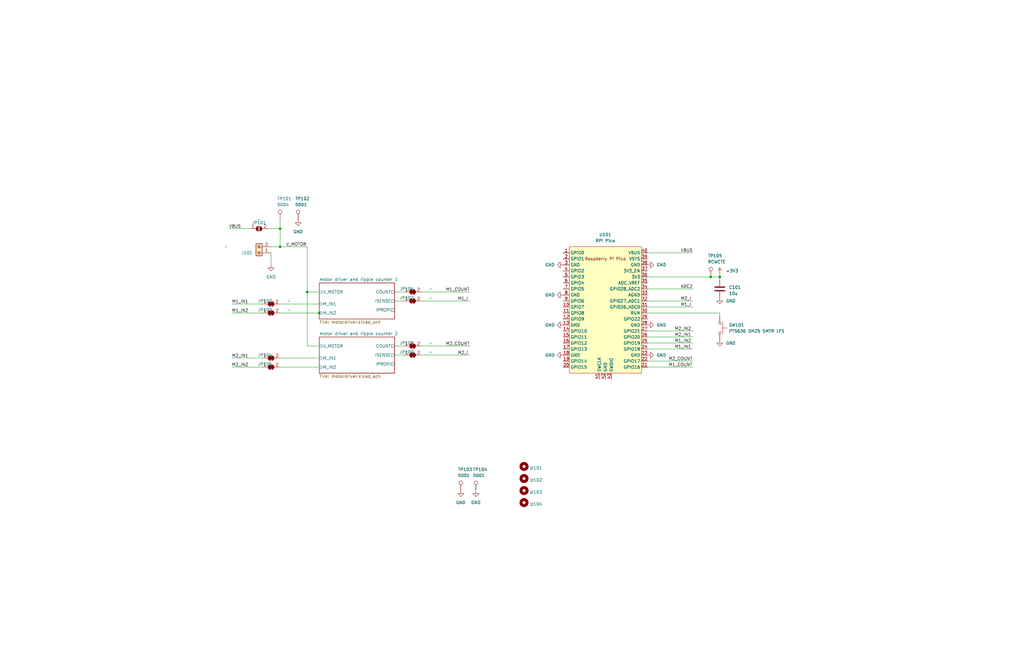
<source format=kicad_sch>
(kicad_sch (version 20230121) (generator eeschema)

  (uuid 14a8df28-bfab-45b1-bcef-ea7f5e22395f)

  (paper "B")

  (lib_symbols
    (symbol "Connector:Screw_Terminal_01x02" (pin_names (offset 1.016) hide) (in_bom yes) (on_board yes)
      (property "Reference" "J" (at 0 2.54 0)
        (effects (font (size 1.27 1.27)))
      )
      (property "Value" "Screw_Terminal_01x02" (at 0 -5.08 0)
        (effects (font (size 1.27 1.27)))
      )
      (property "Footprint" "" (at 0 0 0)
        (effects (font (size 1.27 1.27)) hide)
      )
      (property "Datasheet" "~" (at 0 0 0)
        (effects (font (size 1.27 1.27)) hide)
      )
      (property "ki_keywords" "screw terminal" (at 0 0 0)
        (effects (font (size 1.27 1.27)) hide)
      )
      (property "ki_description" "Generic screw terminal, single row, 01x02, script generated (kicad-library-utils/schlib/autogen/connector/)" (at 0 0 0)
        (effects (font (size 1.27 1.27)) hide)
      )
      (property "ki_fp_filters" "TerminalBlock*:*" (at 0 0 0)
        (effects (font (size 1.27 1.27)) hide)
      )
      (symbol "Screw_Terminal_01x02_1_1"
        (rectangle (start -1.27 1.27) (end 1.27 -3.81)
          (stroke (width 0.254) (type default))
          (fill (type background))
        )
        (circle (center 0 -2.54) (radius 0.635)
          (stroke (width 0.1524) (type default))
          (fill (type none))
        )
        (polyline
          (pts
            (xy -0.5334 -2.2098)
            (xy 0.3302 -3.048)
          )
          (stroke (width 0.1524) (type default))
          (fill (type none))
        )
        (polyline
          (pts
            (xy -0.5334 0.3302)
            (xy 0.3302 -0.508)
          )
          (stroke (width 0.1524) (type default))
          (fill (type none))
        )
        (polyline
          (pts
            (xy -0.3556 -2.032)
            (xy 0.508 -2.8702)
          )
          (stroke (width 0.1524) (type default))
          (fill (type none))
        )
        (polyline
          (pts
            (xy -0.3556 0.508)
            (xy 0.508 -0.3302)
          )
          (stroke (width 0.1524) (type default))
          (fill (type none))
        )
        (circle (center 0 0) (radius 0.635)
          (stroke (width 0.1524) (type default))
          (fill (type none))
        )
        (pin passive line (at -5.08 0 0) (length 3.81)
          (name "Pin_1" (effects (font (size 1.27 1.27))))
          (number "1" (effects (font (size 1.27 1.27))))
        )
        (pin passive line (at -5.08 -2.54 0) (length 3.81)
          (name "Pin_2" (effects (font (size 1.27 1.27))))
          (number "2" (effects (font (size 1.27 1.27))))
        )
      )
    )
    (symbol "Connector:TestPoint" (pin_numbers hide) (pin_names (offset 0.762) hide) (in_bom yes) (on_board yes)
      (property "Reference" "TP" (at 0 6.858 0)
        (effects (font (size 1.27 1.27)))
      )
      (property "Value" "TestPoint" (at 0 5.08 0)
        (effects (font (size 1.27 1.27)))
      )
      (property "Footprint" "" (at 5.08 0 0)
        (effects (font (size 1.27 1.27)) hide)
      )
      (property "Datasheet" "~" (at 5.08 0 0)
        (effects (font (size 1.27 1.27)) hide)
      )
      (property "ki_keywords" "test point tp" (at 0 0 0)
        (effects (font (size 1.27 1.27)) hide)
      )
      (property "ki_description" "test point" (at 0 0 0)
        (effects (font (size 1.27 1.27)) hide)
      )
      (property "ki_fp_filters" "Pin* Test*" (at 0 0 0)
        (effects (font (size 1.27 1.27)) hide)
      )
      (symbol "TestPoint_0_1"
        (circle (center 0 3.302) (radius 0.762)
          (stroke (width 0) (type default))
          (fill (type none))
        )
      )
      (symbol "TestPoint_1_1"
        (pin passive line (at 0 0 90) (length 2.54)
          (name "1" (effects (font (size 1.27 1.27))))
          (number "1" (effects (font (size 1.27 1.27))))
        )
      )
    )
    (symbol "Device:C" (pin_numbers hide) (pin_names (offset 0.254)) (in_bom yes) (on_board yes)
      (property "Reference" "C" (at 0.635 2.54 0)
        (effects (font (size 1.27 1.27)) (justify left))
      )
      (property "Value" "C" (at 0.635 -2.54 0)
        (effects (font (size 1.27 1.27)) (justify left))
      )
      (property "Footprint" "" (at 0.9652 -3.81 0)
        (effects (font (size 1.27 1.27)) hide)
      )
      (property "Datasheet" "~" (at 0 0 0)
        (effects (font (size 1.27 1.27)) hide)
      )
      (property "ki_keywords" "cap capacitor" (at 0 0 0)
        (effects (font (size 1.27 1.27)) hide)
      )
      (property "ki_description" "Unpolarized capacitor" (at 0 0 0)
        (effects (font (size 1.27 1.27)) hide)
      )
      (property "ki_fp_filters" "C_*" (at 0 0 0)
        (effects (font (size 1.27 1.27)) hide)
      )
      (symbol "C_0_1"
        (polyline
          (pts
            (xy -2.032 -0.762)
            (xy 2.032 -0.762)
          )
          (stroke (width 0.508) (type default))
          (fill (type none))
        )
        (polyline
          (pts
            (xy -2.032 0.762)
            (xy 2.032 0.762)
          )
          (stroke (width 0.508) (type default))
          (fill (type none))
        )
      )
      (symbol "C_1_1"
        (pin passive line (at 0 3.81 270) (length 2.794)
          (name "~" (effects (font (size 1.27 1.27))))
          (number "1" (effects (font (size 1.27 1.27))))
        )
        (pin passive line (at 0 -3.81 90) (length 2.794)
          (name "~" (effects (font (size 1.27 1.27))))
          (number "2" (effects (font (size 1.27 1.27))))
        )
      )
    )
    (symbol "Jumper:SolderJumper_2_Bridged" (pin_names (offset 0) hide) (in_bom yes) (on_board yes)
      (property "Reference" "JP" (at 0 2.032 0)
        (effects (font (size 1.27 1.27)))
      )
      (property "Value" "SolderJumper_2_Bridged" (at 0 -2.54 0)
        (effects (font (size 1.27 1.27)))
      )
      (property "Footprint" "" (at 0 0 0)
        (effects (font (size 1.27 1.27)) hide)
      )
      (property "Datasheet" "~" (at 0 0 0)
        (effects (font (size 1.27 1.27)) hide)
      )
      (property "ki_keywords" "solder jumper SPST" (at 0 0 0)
        (effects (font (size 1.27 1.27)) hide)
      )
      (property "ki_description" "Solder Jumper, 2-pole, closed/bridged" (at 0 0 0)
        (effects (font (size 1.27 1.27)) hide)
      )
      (property "ki_fp_filters" "SolderJumper*Bridged*" (at 0 0 0)
        (effects (font (size 1.27 1.27)) hide)
      )
      (symbol "SolderJumper_2_Bridged_0_1"
        (rectangle (start -0.508 0.508) (end 0.508 -0.508)
          (stroke (width 0) (type default))
          (fill (type outline))
        )
        (arc (start -0.254 1.016) (mid -1.2656 0) (end -0.254 -1.016)
          (stroke (width 0) (type default))
          (fill (type none))
        )
        (arc (start -0.254 1.016) (mid -1.2656 0) (end -0.254 -1.016)
          (stroke (width 0) (type default))
          (fill (type outline))
        )
        (polyline
          (pts
            (xy -0.254 1.016)
            (xy -0.254 -1.016)
          )
          (stroke (width 0) (type default))
          (fill (type none))
        )
        (polyline
          (pts
            (xy 0.254 1.016)
            (xy 0.254 -1.016)
          )
          (stroke (width 0) (type default))
          (fill (type none))
        )
        (arc (start 0.254 -1.016) (mid 1.2656 0) (end 0.254 1.016)
          (stroke (width 0) (type default))
          (fill (type none))
        )
        (arc (start 0.254 -1.016) (mid 1.2656 0) (end 0.254 1.016)
          (stroke (width 0) (type default))
          (fill (type outline))
        )
      )
      (symbol "SolderJumper_2_Bridged_1_1"
        (pin passive line (at -3.81 0 0) (length 2.54)
          (name "A" (effects (font (size 1.27 1.27))))
          (number "1" (effects (font (size 1.27 1.27))))
        )
        (pin passive line (at 3.81 0 180) (length 2.54)
          (name "B" (effects (font (size 1.27 1.27))))
          (number "2" (effects (font (size 1.27 1.27))))
        )
      )
    )
    (symbol "Jumper:SolderJumper_2_Open" (pin_names (offset 0) hide) (in_bom yes) (on_board yes)
      (property "Reference" "JP" (at 0 2.032 0)
        (effects (font (size 1.27 1.27)))
      )
      (property "Value" "SolderJumper_2_Open" (at 0 -2.54 0)
        (effects (font (size 1.27 1.27)))
      )
      (property "Footprint" "" (at 0 0 0)
        (effects (font (size 1.27 1.27)) hide)
      )
      (property "Datasheet" "~" (at 0 0 0)
        (effects (font (size 1.27 1.27)) hide)
      )
      (property "ki_keywords" "solder jumper SPST" (at 0 0 0)
        (effects (font (size 1.27 1.27)) hide)
      )
      (property "ki_description" "Solder Jumper, 2-pole, open" (at 0 0 0)
        (effects (font (size 1.27 1.27)) hide)
      )
      (property "ki_fp_filters" "SolderJumper*Open*" (at 0 0 0)
        (effects (font (size 1.27 1.27)) hide)
      )
      (symbol "SolderJumper_2_Open_0_1"
        (arc (start -0.254 1.016) (mid -1.2656 0) (end -0.254 -1.016)
          (stroke (width 0) (type default))
          (fill (type none))
        )
        (arc (start -0.254 1.016) (mid -1.2656 0) (end -0.254 -1.016)
          (stroke (width 0) (type default))
          (fill (type outline))
        )
        (polyline
          (pts
            (xy -0.254 1.016)
            (xy -0.254 -1.016)
          )
          (stroke (width 0) (type default))
          (fill (type none))
        )
        (polyline
          (pts
            (xy 0.254 1.016)
            (xy 0.254 -1.016)
          )
          (stroke (width 0) (type default))
          (fill (type none))
        )
        (arc (start 0.254 -1.016) (mid 1.2656 0) (end 0.254 1.016)
          (stroke (width 0) (type default))
          (fill (type none))
        )
        (arc (start 0.254 -1.016) (mid 1.2656 0) (end 0.254 1.016)
          (stroke (width 0) (type default))
          (fill (type outline))
        )
      )
      (symbol "SolderJumper_2_Open_1_1"
        (pin passive line (at -3.81 0 0) (length 2.54)
          (name "A" (effects (font (size 1.27 1.27))))
          (number "1" (effects (font (size 1.27 1.27))))
        )
        (pin passive line (at 3.81 0 180) (length 2.54)
          (name "B" (effects (font (size 1.27 1.27))))
          (number "2" (effects (font (size 1.27 1.27))))
        )
      )
    )
    (symbol "Mechanical:MountingHole" (pin_names (offset 1.016)) (in_bom yes) (on_board yes)
      (property "Reference" "H" (at 0 5.08 0)
        (effects (font (size 1.27 1.27)))
      )
      (property "Value" "MountingHole" (at 0 3.175 0)
        (effects (font (size 1.27 1.27)))
      )
      (property "Footprint" "" (at 0 0 0)
        (effects (font (size 1.27 1.27)) hide)
      )
      (property "Datasheet" "~" (at 0 0 0)
        (effects (font (size 1.27 1.27)) hide)
      )
      (property "ki_keywords" "mounting hole" (at 0 0 0)
        (effects (font (size 1.27 1.27)) hide)
      )
      (property "ki_description" "Mounting Hole without connection" (at 0 0 0)
        (effects (font (size 1.27 1.27)) hide)
      )
      (property "ki_fp_filters" "MountingHole*" (at 0 0 0)
        (effects (font (size 1.27 1.27)) hide)
      )
      (symbol "MountingHole_0_1"
        (circle (center 0 0) (radius 1.27)
          (stroke (width 1.27) (type default))
          (fill (type none))
        )
      )
    )
    (symbol "Switch:SW_Push" (pin_numbers hide) (pin_names (offset 1.016) hide) (in_bom yes) (on_board yes)
      (property "Reference" "SW" (at 1.27 2.54 0)
        (effects (font (size 1.27 1.27)) (justify left))
      )
      (property "Value" "SW_Push" (at 0 -1.524 0)
        (effects (font (size 1.27 1.27)))
      )
      (property "Footprint" "" (at 0 5.08 0)
        (effects (font (size 1.27 1.27)) hide)
      )
      (property "Datasheet" "~" (at 0 5.08 0)
        (effects (font (size 1.27 1.27)) hide)
      )
      (property "ki_keywords" "switch normally-open pushbutton push-button" (at 0 0 0)
        (effects (font (size 1.27 1.27)) hide)
      )
      (property "ki_description" "Push button switch, generic, two pins" (at 0 0 0)
        (effects (font (size 1.27 1.27)) hide)
      )
      (symbol "SW_Push_0_1"
        (circle (center -2.032 0) (radius 0.508)
          (stroke (width 0) (type default))
          (fill (type none))
        )
        (polyline
          (pts
            (xy 0 1.27)
            (xy 0 3.048)
          )
          (stroke (width 0) (type default))
          (fill (type none))
        )
        (polyline
          (pts
            (xy 2.54 1.27)
            (xy -2.54 1.27)
          )
          (stroke (width 0) (type default))
          (fill (type none))
        )
        (circle (center 2.032 0) (radius 0.508)
          (stroke (width 0) (type default))
          (fill (type none))
        )
        (pin passive line (at -5.08 0 0) (length 2.54)
          (name "1" (effects (font (size 1.27 1.27))))
          (number "1" (effects (font (size 1.27 1.27))))
        )
        (pin passive line (at 5.08 0 180) (length 2.54)
          (name "2" (effects (font (size 1.27 1.27))))
          (number "2" (effects (font (size 1.27 1.27))))
        )
      )
    )
    (symbol "pipico:Pico" (in_bom yes) (on_board yes)
      (property "Reference" "U" (at -13.97 27.94 0)
        (effects (font (size 1.27 1.27)))
      )
      (property "Value" "Pico" (at 0 19.05 0)
        (effects (font (size 1.27 1.27)))
      )
      (property "Footprint" "RPi_Pico:RPi_Pico_SMD_TH" (at 0 0 90)
        (effects (font (size 1.27 1.27)) hide)
      )
      (property "Datasheet" "" (at 0 0 0)
        (effects (font (size 1.27 1.27)) hide)
      )
      (symbol "Pico_0_0"
        (text "Raspberry Pi Pico" (at 0 21.59 0)
          (effects (font (size 1.27 1.27)))
        )
      )
      (symbol "Pico_0_1"
        (rectangle (start -15.24 26.67) (end 15.24 -26.67)
          (stroke (width 0) (type default))
          (fill (type background))
        )
      )
      (symbol "Pico_1_1"
        (pin bidirectional line (at -17.78 24.13 0) (length 2.54)
          (name "GPIO0" (effects (font (size 1.27 1.27))))
          (number "1" (effects (font (size 1.27 1.27))))
        )
        (pin bidirectional line (at -17.78 1.27 0) (length 2.54)
          (name "GPIO7" (effects (font (size 1.27 1.27))))
          (number "10" (effects (font (size 1.27 1.27))))
        )
        (pin bidirectional line (at -17.78 -1.27 0) (length 2.54)
          (name "GPIO8" (effects (font (size 1.27 1.27))))
          (number "11" (effects (font (size 1.27 1.27))))
        )
        (pin bidirectional line (at -17.78 -3.81 0) (length 2.54)
          (name "GPIO9" (effects (font (size 1.27 1.27))))
          (number "12" (effects (font (size 1.27 1.27))))
        )
        (pin power_in line (at -17.78 -6.35 0) (length 2.54)
          (name "GND" (effects (font (size 1.27 1.27))))
          (number "13" (effects (font (size 1.27 1.27))))
        )
        (pin bidirectional line (at -17.78 -8.89 0) (length 2.54)
          (name "GPIO10" (effects (font (size 1.27 1.27))))
          (number "14" (effects (font (size 1.27 1.27))))
        )
        (pin bidirectional line (at -17.78 -11.43 0) (length 2.54)
          (name "GPIO11" (effects (font (size 1.27 1.27))))
          (number "15" (effects (font (size 1.27 1.27))))
        )
        (pin bidirectional line (at -17.78 -13.97 0) (length 2.54)
          (name "GPIO12" (effects (font (size 1.27 1.27))))
          (number "16" (effects (font (size 1.27 1.27))))
        )
        (pin bidirectional line (at -17.78 -16.51 0) (length 2.54)
          (name "GPIO13" (effects (font (size 1.27 1.27))))
          (number "17" (effects (font (size 1.27 1.27))))
        )
        (pin power_in line (at -17.78 -19.05 0) (length 2.54)
          (name "GND" (effects (font (size 1.27 1.27))))
          (number "18" (effects (font (size 1.27 1.27))))
        )
        (pin bidirectional line (at -17.78 -21.59 0) (length 2.54)
          (name "GPIO14" (effects (font (size 1.27 1.27))))
          (number "19" (effects (font (size 1.27 1.27))))
        )
        (pin bidirectional line (at -17.78 21.59 0) (length 2.54)
          (name "GPIO1" (effects (font (size 1.27 1.27))))
          (number "2" (effects (font (size 1.27 1.27))))
        )
        (pin bidirectional line (at -17.78 -24.13 0) (length 2.54)
          (name "GPIO15" (effects (font (size 1.27 1.27))))
          (number "20" (effects (font (size 1.27 1.27))))
        )
        (pin bidirectional line (at 17.78 -24.13 180) (length 2.54)
          (name "GPIO16" (effects (font (size 1.27 1.27))))
          (number "21" (effects (font (size 1.27 1.27))))
        )
        (pin bidirectional line (at 17.78 -21.59 180) (length 2.54)
          (name "GPIO17" (effects (font (size 1.27 1.27))))
          (number "22" (effects (font (size 1.27 1.27))))
        )
        (pin power_in line (at 17.78 -19.05 180) (length 2.54)
          (name "GND" (effects (font (size 1.27 1.27))))
          (number "23" (effects (font (size 1.27 1.27))))
        )
        (pin bidirectional line (at 17.78 -16.51 180) (length 2.54)
          (name "GPIO18" (effects (font (size 1.27 1.27))))
          (number "24" (effects (font (size 1.27 1.27))))
        )
        (pin bidirectional line (at 17.78 -13.97 180) (length 2.54)
          (name "GPIO19" (effects (font (size 1.27 1.27))))
          (number "25" (effects (font (size 1.27 1.27))))
        )
        (pin bidirectional line (at 17.78 -11.43 180) (length 2.54)
          (name "GPIO20" (effects (font (size 1.27 1.27))))
          (number "26" (effects (font (size 1.27 1.27))))
        )
        (pin bidirectional line (at 17.78 -8.89 180) (length 2.54)
          (name "GPIO21" (effects (font (size 1.27 1.27))))
          (number "27" (effects (font (size 1.27 1.27))))
        )
        (pin power_in line (at 17.78 -6.35 180) (length 2.54)
          (name "GND" (effects (font (size 1.27 1.27))))
          (number "28" (effects (font (size 1.27 1.27))))
        )
        (pin bidirectional line (at 17.78 -3.81 180) (length 2.54)
          (name "GPIO22" (effects (font (size 1.27 1.27))))
          (number "29" (effects (font (size 1.27 1.27))))
        )
        (pin power_in line (at -17.78 19.05 0) (length 2.54)
          (name "GND" (effects (font (size 1.27 1.27))))
          (number "3" (effects (font (size 1.27 1.27))))
        )
        (pin input line (at 17.78 -1.27 180) (length 2.54)
          (name "RUN" (effects (font (size 1.27 1.27))))
          (number "30" (effects (font (size 1.27 1.27))))
        )
        (pin bidirectional line (at 17.78 1.27 180) (length 2.54)
          (name "GPIO26_ADC0" (effects (font (size 1.27 1.27))))
          (number "31" (effects (font (size 1.27 1.27))))
        )
        (pin bidirectional line (at 17.78 3.81 180) (length 2.54)
          (name "GPIO27_ADC1" (effects (font (size 1.27 1.27))))
          (number "32" (effects (font (size 1.27 1.27))))
        )
        (pin power_in line (at 17.78 6.35 180) (length 2.54)
          (name "AGND" (effects (font (size 1.27 1.27))))
          (number "33" (effects (font (size 1.27 1.27))))
        )
        (pin bidirectional line (at 17.78 8.89 180) (length 2.54)
          (name "GPIO28_ADC2" (effects (font (size 1.27 1.27))))
          (number "34" (effects (font (size 1.27 1.27))))
        )
        (pin power_in line (at 17.78 11.43 180) (length 2.54)
          (name "ADC_VREF" (effects (font (size 1.27 1.27))))
          (number "35" (effects (font (size 1.27 1.27))))
        )
        (pin power_in line (at 17.78 13.97 180) (length 2.54)
          (name "3V3" (effects (font (size 1.27 1.27))))
          (number "36" (effects (font (size 1.27 1.27))))
        )
        (pin input line (at 17.78 16.51 180) (length 2.54)
          (name "3V3_EN" (effects (font (size 1.27 1.27))))
          (number "37" (effects (font (size 1.27 1.27))))
        )
        (pin bidirectional line (at 17.78 19.05 180) (length 2.54)
          (name "GND" (effects (font (size 1.27 1.27))))
          (number "38" (effects (font (size 1.27 1.27))))
        )
        (pin power_in line (at 17.78 21.59 180) (length 2.54)
          (name "VSYS" (effects (font (size 1.27 1.27))))
          (number "39" (effects (font (size 1.27 1.27))))
        )
        (pin bidirectional line (at -17.78 16.51 0) (length 2.54)
          (name "GPIO2" (effects (font (size 1.27 1.27))))
          (number "4" (effects (font (size 1.27 1.27))))
        )
        (pin power_in line (at 17.78 24.13 180) (length 2.54)
          (name "VBUS" (effects (font (size 1.27 1.27))))
          (number "40" (effects (font (size 1.27 1.27))))
        )
        (pin input line (at -2.54 -29.21 90) (length 2.54)
          (name "SWCLK" (effects (font (size 1.27 1.27))))
          (number "41" (effects (font (size 1.27 1.27))))
        )
        (pin power_in line (at 0 -29.21 90) (length 2.54)
          (name "GND" (effects (font (size 1.27 1.27))))
          (number "42" (effects (font (size 1.27 1.27))))
        )
        (pin bidirectional line (at 2.54 -29.21 90) (length 2.54)
          (name "SWDIO" (effects (font (size 1.27 1.27))))
          (number "43" (effects (font (size 1.27 1.27))))
        )
        (pin bidirectional line (at -17.78 13.97 0) (length 2.54)
          (name "GPIO3" (effects (font (size 1.27 1.27))))
          (number "5" (effects (font (size 1.27 1.27))))
        )
        (pin bidirectional line (at -17.78 11.43 0) (length 2.54)
          (name "GPIO4" (effects (font (size 1.27 1.27))))
          (number "6" (effects (font (size 1.27 1.27))))
        )
        (pin bidirectional line (at -17.78 8.89 0) (length 2.54)
          (name "GPIO5" (effects (font (size 1.27 1.27))))
          (number "7" (effects (font (size 1.27 1.27))))
        )
        (pin power_in line (at -17.78 6.35 0) (length 2.54)
          (name "GND" (effects (font (size 1.27 1.27))))
          (number "8" (effects (font (size 1.27 1.27))))
        )
        (pin bidirectional line (at -17.78 3.81 0) (length 2.54)
          (name "GPIO6" (effects (font (size 1.27 1.27))))
          (number "9" (effects (font (size 1.27 1.27))))
        )
      )
    )
    (symbol "power:+3V3" (power) (pin_names (offset 0)) (in_bom yes) (on_board yes)
      (property "Reference" "#PWR" (at 0 -3.81 0)
        (effects (font (size 1.27 1.27)) hide)
      )
      (property "Value" "+3V3" (at 0 3.556 0)
        (effects (font (size 1.27 1.27)))
      )
      (property "Footprint" "" (at 0 0 0)
        (effects (font (size 1.27 1.27)) hide)
      )
      (property "Datasheet" "" (at 0 0 0)
        (effects (font (size 1.27 1.27)) hide)
      )
      (property "ki_keywords" "power-flag" (at 0 0 0)
        (effects (font (size 1.27 1.27)) hide)
      )
      (property "ki_description" "Power symbol creates a global label with name \"+3V3\"" (at 0 0 0)
        (effects (font (size 1.27 1.27)) hide)
      )
      (symbol "+3V3_0_1"
        (polyline
          (pts
            (xy -0.762 1.27)
            (xy 0 2.54)
          )
          (stroke (width 0) (type default))
          (fill (type none))
        )
        (polyline
          (pts
            (xy 0 0)
            (xy 0 2.54)
          )
          (stroke (width 0) (type default))
          (fill (type none))
        )
        (polyline
          (pts
            (xy 0 2.54)
            (xy 0.762 1.27)
          )
          (stroke (width 0) (type default))
          (fill (type none))
        )
      )
      (symbol "+3V3_1_1"
        (pin power_in line (at 0 0 90) (length 0) hide
          (name "+3V3" (effects (font (size 1.27 1.27))))
          (number "1" (effects (font (size 1.27 1.27))))
        )
      )
    )
    (symbol "power:GND" (power) (pin_names (offset 0)) (in_bom yes) (on_board yes)
      (property "Reference" "#PWR" (at 0 -6.35 0)
        (effects (font (size 1.27 1.27)) hide)
      )
      (property "Value" "GND" (at 0 -3.81 0)
        (effects (font (size 1.27 1.27)))
      )
      (property "Footprint" "" (at 0 0 0)
        (effects (font (size 1.27 1.27)) hide)
      )
      (property "Datasheet" "" (at 0 0 0)
        (effects (font (size 1.27 1.27)) hide)
      )
      (property "ki_keywords" "power-flag" (at 0 0 0)
        (effects (font (size 1.27 1.27)) hide)
      )
      (property "ki_description" "Power symbol creates a global label with name \"GND\" , ground" (at 0 0 0)
        (effects (font (size 1.27 1.27)) hide)
      )
      (symbol "GND_0_1"
        (polyline
          (pts
            (xy 0 0)
            (xy 0 -1.27)
            (xy 1.27 -1.27)
            (xy 0 -2.54)
            (xy -1.27 -1.27)
            (xy 0 -1.27)
          )
          (stroke (width 0) (type default))
          (fill (type none))
        )
      )
      (symbol "GND_1_1"
        (pin power_in line (at 0 0 270) (length 0) hide
          (name "GND" (effects (font (size 1.27 1.27))))
          (number "1" (effects (font (size 1.27 1.27))))
        )
      )
    )
  )

  (junction (at 118.11 104.14) (diameter 0) (color 0 0 0 0)
    (uuid 4d83a695-9a2d-4162-a6c3-770e36ab8334)
  )
  (junction (at 303.53 116.84) (diameter 0) (color 0 0 0 0)
    (uuid 6bfa2fa7-b3fa-4985-a4cd-d28b8be96951)
  )
  (junction (at 134.62 132.08) (diameter 0) (color 0 0 0 0)
    (uuid 73f2fd4c-f2ca-495b-a8f7-cfcea1592b6d)
  )
  (junction (at 118.11 96.52) (diameter 0) (color 0 0 0 0)
    (uuid aba6774b-6398-4189-9467-aaae52a3ee6b)
  )
  (junction (at 299.72 116.84) (diameter 0) (color 0 0 0 0)
    (uuid d5244291-df06-4aa2-88fa-84fcd50002a5)
  )
  (junction (at 129.54 123.19) (diameter 0) (color 0 0 0 0)
    (uuid fb86ee81-7b22-46f4-9c63-e242e58b913f)
  )

  (wire (pts (xy 303.53 133.35) (xy 303.53 132.08))
    (stroke (width 0) (type default))
    (uuid 032cffd4-0704-4e82-b346-f2cc3ae1615d)
  )
  (wire (pts (xy 273.05 147.32) (xy 292.1 147.32))
    (stroke (width 0) (type default))
    (uuid 0a86b141-c03a-470b-9692-6e6504cf8cb1)
  )
  (wire (pts (xy 97.79 132.08) (xy 110.49 132.08))
    (stroke (width 0) (type default))
    (uuid 12d30687-1516-4c4d-8a43-791f8d6c6c93)
  )
  (wire (pts (xy 303.53 116.84) (xy 299.72 116.84))
    (stroke (width 0) (type default))
    (uuid 141e0733-e210-4f4c-bb35-d803aa40218a)
  )
  (wire (pts (xy 273.05 142.24) (xy 292.1 142.24))
    (stroke (width 0) (type default))
    (uuid 170be7ac-fd8a-48d2-9e87-6f419a073d6d)
  )
  (wire (pts (xy 273.05 152.4) (xy 292.1 152.4))
    (stroke (width 0) (type default))
    (uuid 177cbd82-27e5-498e-a570-ae865ce2c4fa)
  )
  (wire (pts (xy 118.11 96.52) (xy 113.03 96.52))
    (stroke (width 0) (type default))
    (uuid 194f0886-c287-422a-a23c-c16ca310ce7a)
  )
  (wire (pts (xy 303.53 116.84) (xy 303.53 115.57))
    (stroke (width 0) (type default))
    (uuid 38614e67-37cb-46a8-ba53-40834a5ba347)
  )
  (wire (pts (xy 134.62 133.35) (xy 134.62 132.08))
    (stroke (width 0) (type default))
    (uuid 3d3443d9-33b3-4c1d-b0a2-ffaab97fdde6)
  )
  (wire (pts (xy 166.37 127) (xy 170.18 127))
    (stroke (width 0) (type default))
    (uuid 4e6014f3-0e4a-4998-85dc-d1d746c99485)
  )
  (wire (pts (xy 177.8 127) (xy 198.12 127))
    (stroke (width 0) (type default))
    (uuid 563d5655-a12d-4768-8c96-a1b8af3eced0)
  )
  (wire (pts (xy 177.8 149.86) (xy 198.12 149.86))
    (stroke (width 0) (type default))
    (uuid 58214701-5c1e-44b6-939d-d17f20ca5200)
  )
  (wire (pts (xy 129.54 146.05) (xy 134.62 146.05))
    (stroke (width 0) (type default))
    (uuid 5dcc388d-b2ea-4575-bbfe-f06181ea3099)
  )
  (wire (pts (xy 114.3 104.14) (xy 118.11 104.14))
    (stroke (width 0) (type default))
    (uuid 60c1d62a-1a57-4572-9c04-4029d0a25f70)
  )
  (wire (pts (xy 177.8 123.19) (xy 198.12 123.19))
    (stroke (width 0) (type default))
    (uuid 65f9404c-deff-4bfc-9caf-499af0c781e9)
  )
  (wire (pts (xy 273.05 144.78) (xy 292.1 144.78))
    (stroke (width 0) (type default))
    (uuid 682efbe3-7b02-469c-b4b6-94c671834d06)
  )
  (wire (pts (xy 129.54 123.19) (xy 129.54 104.14))
    (stroke (width 0) (type default))
    (uuid 6e4c7471-ece4-489c-9cd3-21d1c162ecb8)
  )
  (wire (pts (xy 118.11 128.27) (xy 134.62 128.27))
    (stroke (width 0) (type default))
    (uuid 760e63d2-23bb-422b-b4c9-6827948667e5)
  )
  (wire (pts (xy 118.11 92.71) (xy 118.11 96.52))
    (stroke (width 0) (type default))
    (uuid 787412ae-cdc7-4176-b95b-a581a70112c8)
  )
  (wire (pts (xy 273.05 139.7) (xy 292.1 139.7))
    (stroke (width 0) (type default))
    (uuid 7db12e59-3274-4241-a46c-d28404c0b5fc)
  )
  (wire (pts (xy 273.05 154.94) (xy 292.1 154.94))
    (stroke (width 0) (type default))
    (uuid 7ebd3c15-8ce2-4ce6-868a-dbab0bdd669b)
  )
  (wire (pts (xy 129.54 123.19) (xy 134.62 123.19))
    (stroke (width 0) (type default))
    (uuid 8599d6c7-0540-4556-91e1-31f69a516ebb)
  )
  (wire (pts (xy 97.79 154.94) (xy 110.49 154.94))
    (stroke (width 0) (type default))
    (uuid 87a86649-9a1e-4ac6-be68-6fac4b598608)
  )
  (wire (pts (xy 118.11 104.14) (xy 129.54 104.14))
    (stroke (width 0) (type default))
    (uuid 89d44ffe-2c33-4e82-b1fe-19a3cc9a89e4)
  )
  (wire (pts (xy 118.11 96.52) (xy 118.11 104.14))
    (stroke (width 0) (type default))
    (uuid 9130c4fc-d243-4004-b106-e2f674f97002)
  )
  (wire (pts (xy 273.05 116.84) (xy 299.72 116.84))
    (stroke (width 0) (type default))
    (uuid 94236704-364e-4655-b97d-aa2e72e6d04a)
  )
  (wire (pts (xy 118.11 154.94) (xy 134.62 154.94))
    (stroke (width 0) (type default))
    (uuid a63866d5-9879-4697-8420-e31f41357172)
  )
  (wire (pts (xy 114.3 106.68) (xy 114.3 111.76))
    (stroke (width 0) (type default))
    (uuid ad7f8077-a4d6-438f-aed8-3f2b3a180016)
  )
  (wire (pts (xy 273.05 129.54) (xy 292.1 129.54))
    (stroke (width 0) (type default))
    (uuid b3833fe5-2d28-447f-a46b-e9e6fdfd5486)
  )
  (wire (pts (xy 97.79 151.13) (xy 110.49 151.13))
    (stroke (width 0) (type default))
    (uuid b844256e-9a3e-4409-bece-0977636a5b3b)
  )
  (wire (pts (xy 166.37 123.19) (xy 170.18 123.19))
    (stroke (width 0) (type default))
    (uuid bf0ae6da-6d75-4ae4-8c8e-cb7e7e311d6b)
  )
  (wire (pts (xy 273.05 121.92) (xy 292.1 121.92))
    (stroke (width 0) (type default))
    (uuid c1aabd7d-b223-4ea7-84f5-7cb4ccc630f8)
  )
  (wire (pts (xy 118.11 151.13) (xy 134.62 151.13))
    (stroke (width 0) (type default))
    (uuid c4648731-7e5b-4fb7-84a1-891107901f21)
  )
  (wire (pts (xy 273.05 127) (xy 292.1 127))
    (stroke (width 0) (type default))
    (uuid cd8c12c4-7df6-42e5-8906-8ad2076a2f1a)
  )
  (wire (pts (xy 97.79 128.27) (xy 110.49 128.27))
    (stroke (width 0) (type default))
    (uuid d0faf37d-17f1-408d-a6c5-45b63dcb5957)
  )
  (wire (pts (xy 177.8 146.05) (xy 198.12 146.05))
    (stroke (width 0) (type default))
    (uuid dbdc64f0-a24c-41a9-bf4f-3695fb7c6ce1)
  )
  (wire (pts (xy 96.52 96.52) (xy 105.41 96.52))
    (stroke (width 0) (type default))
    (uuid e1fd26ac-3f4a-4c4a-8079-c946f9f92a74)
  )
  (wire (pts (xy 303.53 116.84) (xy 303.53 118.11))
    (stroke (width 0) (type default))
    (uuid e22b7d11-d41e-4eaa-b0e3-55396f8bd5c1)
  )
  (wire (pts (xy 166.37 146.05) (xy 170.18 146.05))
    (stroke (width 0) (type default))
    (uuid e69be96a-7858-47e6-884c-98a5bfcf5c55)
  )
  (wire (pts (xy 273.05 132.08) (xy 303.53 132.08))
    (stroke (width 0) (type default))
    (uuid e734ab30-6d35-4267-9342-5e52e3ac8d3f)
  )
  (wire (pts (xy 166.37 149.86) (xy 170.18 149.86))
    (stroke (width 0) (type default))
    (uuid e7db3646-392d-458b-add1-bf24aa7074ba)
  )
  (wire (pts (xy 129.54 123.19) (xy 129.54 146.05))
    (stroke (width 0) (type default))
    (uuid f0cfe88e-d77a-4e6a-b377-f56484812357)
  )
  (wire (pts (xy 118.11 132.08) (xy 134.62 132.08))
    (stroke (width 0) (type default))
    (uuid f9c51edb-4a1b-4811-a83b-9291aac9157d)
  )
  (wire (pts (xy 273.05 106.68) (xy 292.1 106.68))
    (stroke (width 0) (type default))
    (uuid fd1d5279-0268-4be4-83cb-d0aaf136c135)
  )

  (label "M2_COUNT" (at 281.94 152.4 0) (fields_autoplaced)
    (effects (font (size 1.27 1.27)) (justify left bottom))
    (uuid 0954f198-b28b-45d2-81c3-4cd51346454c)
  )
  (label "M2_IN2" (at 284.48 139.7 0) (fields_autoplaced)
    (effects (font (size 1.27 1.27)) (justify left bottom))
    (uuid 10447d46-78bb-44d8-ad19-2325f954d19d)
  )
  (label "M1_I" (at 287.02 129.54 0) (fields_autoplaced)
    (effects (font (size 1.27 1.27)) (justify left bottom))
    (uuid 1453e1d4-6b4b-4858-9191-2e7d54c349fc)
  )
  (label "M2_COUNT" (at 187.96 146.05 0) (fields_autoplaced)
    (effects (font (size 1.27 1.27)) (justify left bottom))
    (uuid 1f25180e-8dbe-4898-b248-a03602c4d0df)
  )
  (label "M1_COUNT" (at 187.96 123.19 0) (fields_autoplaced)
    (effects (font (size 1.27 1.27)) (justify left bottom))
    (uuid 24aca088-3c97-4f0a-b97b-8a2b03e3bbc1)
  )
  (label "M1_IN2" (at 97.79 132.08 0) (fields_autoplaced)
    (effects (font (size 1.27 1.27)) (justify left bottom))
    (uuid 28da3272-a1d6-4864-9565-cccd4448670d)
  )
  (label "VBUS" (at 287.02 106.68 0) (fields_autoplaced)
    (effects (font (size 1.27 1.27)) (justify left bottom))
    (uuid 2b017de1-53dd-4cd1-9d79-9b1b50ec2a7f)
  )
  (label "M1_IN1" (at 284.48 147.32 0) (fields_autoplaced)
    (effects (font (size 1.27 1.27)) (justify left bottom))
    (uuid 3ab5625a-11f0-4bc5-a82b-21dc082e383f)
  )
  (label "M1_IN2" (at 284.48 144.78 0) (fields_autoplaced)
    (effects (font (size 1.27 1.27)) (justify left bottom))
    (uuid 4a8a4f12-b6c4-46fa-a2ee-45775cd933bd)
  )
  (label "M2_I" (at 287.02 127 0) (fields_autoplaced)
    (effects (font (size 1.27 1.27)) (justify left bottom))
    (uuid 695a2cac-46d1-42e2-af05-a6ad84621983)
  )
  (label "M2_IN1" (at 97.79 151.13 0) (fields_autoplaced)
    (effects (font (size 1.27 1.27)) (justify left bottom))
    (uuid 7a837ade-7152-401e-a6fc-21acabd790f5)
  )
  (label "M1_I" (at 193.04 127 0) (fields_autoplaced)
    (effects (font (size 1.27 1.27)) (justify left bottom))
    (uuid a3a90d52-557a-4006-9ebb-0dec081bcf40)
  )
  (label "M2_I" (at 193.04 149.86 0) (fields_autoplaced)
    (effects (font (size 1.27 1.27)) (justify left bottom))
    (uuid a8f4aa8b-b0a4-4823-a24b-0c86bc1ba154)
  )
  (label "VBUS" (at 96.52 96.52 0) (fields_autoplaced)
    (effects (font (size 1.27 1.27)) (justify left bottom))
    (uuid ab42fbdd-2bee-441e-90c4-302179c3b822)
  )
  (label "M1_COUNT" (at 281.94 154.94 0) (fields_autoplaced)
    (effects (font (size 1.27 1.27)) (justify left bottom))
    (uuid b03c699f-64ef-490d-a4bb-13d3a6a41e20)
  )
  (label "V_MOTOR" (at 120.65 104.14 0) (fields_autoplaced)
    (effects (font (size 1.27 1.27)) (justify left bottom))
    (uuid cc7bd8fc-48cd-4b41-b9e7-3a2cdce41f86)
  )
  (label "M2_IN1" (at 284.48 142.24 0) (fields_autoplaced)
    (effects (font (size 1.27 1.27)) (justify left bottom))
    (uuid d0293155-f0c4-4416-b2af-f196e575e54a)
  )
  (label "ADC2" (at 287.02 121.92 0) (fields_autoplaced)
    (effects (font (size 1.27 1.27)) (justify left bottom))
    (uuid d4c401c9-3072-4eea-a2d8-aa2cee5b3e7f)
  )
  (label "M2_IN2" (at 97.79 154.94 0) (fields_autoplaced)
    (effects (font (size 1.27 1.27)) (justify left bottom))
    (uuid f03f3bd1-0746-4d70-b3b9-9fc52319e285)
  )
  (label "M1_IN1" (at 97.79 128.27 0) (fields_autoplaced)
    (effects (font (size 1.27 1.27)) (justify left bottom))
    (uuid ff530216-e1c8-41b5-bb4b-fab7242d5f7a)
  )

  (symbol (lib_id "Jumper:SolderJumper_2_Bridged") (at 114.3 151.13 0) (unit 1)
    (in_bom yes) (on_board yes) (dnp no)
    (uuid 0155aa0c-0526-460b-a0d4-d51649989148)
    (property "Reference" "JP104" (at 111.76 149.86 0)
      (effects (font (size 1.27 1.27)))
    )
    (property "Value" "0603_Closed" (at 121.92 149.86 0)
      (effects (font (size 1.27 1.27)) hide)
    )
    (property "Footprint" "Custom:Jumper_0603_Bridged" (at 114.3 151.13 0)
      (effects (font (size 1.27 1.27)) hide)
    )
    (property "Datasheet" "~" (at 114.3 151.13 0)
      (effects (font (size 1.27 1.27)) hide)
    )
    (pin "1" (uuid c318b714-834c-47bf-a203-c5eedbcc5166))
    (pin "2" (uuid 50eca4a1-175a-4e04-91fe-40eac79660ba))
    (instances
      (project "ripplecounter"
        (path "/14a8df28-bfab-45b1-bcef-ea7f5e22395f"
          (reference "JP104") (unit 1)
        )
      )
    )
  )

  (symbol (lib_id "Jumper:SolderJumper_2_Open") (at 109.22 96.52 0) (unit 1)
    (in_bom yes) (on_board yes) (dnp no) (fields_autoplaced)
    (uuid 1e355f2a-d062-4cb7-8ed0-af4d0bce6e09)
    (property "Reference" "JP101" (at 109.22 93.98 0)
      (effects (font (size 1.27 1.27)))
    )
    (property "Value" "~" (at 109.22 92.71 0)
      (effects (font (size 1.27 1.27)))
    )
    (property "Footprint" "Custom:Jumper_0603" (at 109.22 96.52 0)
      (effects (font (size 1.27 1.27)) hide)
    )
    (property "Datasheet" "~" (at 109.22 96.52 0)
      (effects (font (size 1.27 1.27)) hide)
    )
    (pin "1" (uuid 0afd8343-3f19-44ae-9aa0-528b105975d2))
    (pin "2" (uuid 1be459d7-90fa-4657-8167-9d43f153b68a))
    (instances
      (project "ripplecounter"
        (path "/14a8df28-bfab-45b1-bcef-ea7f5e22395f"
          (reference "JP101") (unit 1)
        )
      )
    )
  )

  (symbol (lib_id "Connector:TestPoint") (at 118.11 92.71 0) (mirror y) (unit 1)
    (in_bom yes) (on_board yes) (dnp no)
    (uuid 24294bc2-630c-4f0e-8d41-9f47de48ff88)
    (property "Reference" "TP101" (at 116.84 83.82 0)
      (effects (font (size 1.27 1.27)) (justify right))
    )
    (property "Value" "5004" (at 116.84 86.36 0)
      (effects (font (size 1.27 1.27)) (justify right))
    )
    (property "Footprint" "TestPoint:TestPoint_Keystone_5000-5004_Miniature" (at 113.03 92.71 0)
      (effects (font (size 1.27 1.27)) hide)
    )
    (property "Datasheet" "~" (at 113.03 92.71 0)
      (effects (font (size 1.27 1.27)) hide)
    )
    (pin "1" (uuid 51f238eb-7b21-4dff-9f4b-7bb089e3f107))
    (instances
      (project "ripplecounter"
        (path "/14a8df28-bfab-45b1-bcef-ea7f5e22395f"
          (reference "TP101") (unit 1)
        )
      )
    )
  )

  (symbol (lib_id "Mechanical:MountingHole") (at 220.98 212.09 0) (unit 1)
    (in_bom yes) (on_board yes) (dnp no) (fields_autoplaced)
    (uuid 2698d0e9-1cee-4c16-8c4c-0237f034b332)
    (property "Reference" "H104" (at 223.52 212.725 0)
      (effects (font (size 1.27 1.27)) (justify left))
    )
    (property "Value" "~" (at 223.52 213.3599 0)
      (effects (font (size 1.27 1.27)) (justify left))
    )
    (property "Footprint" "MountingHole:MountingHole_2.2mm_M2_ISO14580" (at 220.98 212.09 0)
      (effects (font (size 1.27 1.27)) hide)
    )
    (property "Datasheet" "~" (at 220.98 212.09 0)
      (effects (font (size 1.27 1.27)) hide)
    )
    (instances
      (project "ripplecounter"
        (path "/14a8df28-bfab-45b1-bcef-ea7f5e22395f"
          (reference "H104") (unit 1)
        )
      )
    )
  )

  (symbol (lib_id "Mechanical:MountingHole") (at 220.98 196.85 0) (unit 1)
    (in_bom yes) (on_board yes) (dnp no) (fields_autoplaced)
    (uuid 2980ac00-4706-4f13-8e6e-28da0530b82d)
    (property "Reference" "H101" (at 223.52 197.485 0)
      (effects (font (size 1.27 1.27)) (justify left))
    )
    (property "Value" "~" (at 223.52 198.1199 0)
      (effects (font (size 1.27 1.27)) (justify left))
    )
    (property "Footprint" "MountingHole:MountingHole_2.2mm_M2_ISO14580" (at 220.98 196.85 0)
      (effects (font (size 1.27 1.27)) hide)
    )
    (property "Datasheet" "~" (at 220.98 196.85 0)
      (effects (font (size 1.27 1.27)) hide)
    )
    (instances
      (project "ripplecounter"
        (path "/14a8df28-bfab-45b1-bcef-ea7f5e22395f"
          (reference "H101") (unit 1)
        )
      )
    )
  )

  (symbol (lib_id "power:GND") (at 237.49 124.46 270) (mirror x) (unit 1)
    (in_bom yes) (on_board yes) (dnp no)
    (uuid 29b9728c-9df7-4573-b6f4-6856e330ea7b)
    (property "Reference" "#PWR0106" (at 231.14 124.46 0)
      (effects (font (size 1.27 1.27)) hide)
    )
    (property "Value" "GND" (at 229.87 124.46 90)
      (effects (font (size 1.27 1.27)) (justify left))
    )
    (property "Footprint" "" (at 237.49 124.46 0)
      (effects (font (size 1.27 1.27)) hide)
    )
    (property "Datasheet" "" (at 237.49 124.46 0)
      (effects (font (size 1.27 1.27)) hide)
    )
    (pin "1" (uuid 1e6cb654-d2a5-489e-9641-4e1152a43c04))
    (instances
      (project "ripplecounter"
        (path "/14a8df28-bfab-45b1-bcef-ea7f5e22395f"
          (reference "#PWR0106") (unit 1)
        )
      )
    )
  )

  (symbol (lib_id "pipico:Pico") (at 255.27 130.81 0) (unit 1)
    (in_bom yes) (on_board yes) (dnp no) (fields_autoplaced)
    (uuid 33c075de-c33e-4971-b4bb-1a477453a228)
    (property "Reference" "U101" (at 255.27 99.06 0)
      (effects (font (size 1.27 1.27)))
    )
    (property "Value" "RPi Pico" (at 255.27 101.6 0)
      (effects (font (size 1.27 1.27)))
    )
    (property "Footprint" "RPi_Pico:RPi_Pico_SMD_TH" (at 255.27 130.81 90)
      (effects (font (size 1.27 1.27)) hide)
    )
    (property "Datasheet" "" (at 255.27 130.81 0)
      (effects (font (size 1.27 1.27)) hide)
    )
    (pin "1" (uuid dee80025-6911-4081-8bcd-8aad4ec69c48))
    (pin "10" (uuid e6dece23-6607-447a-8dbc-b9a858771c6f))
    (pin "11" (uuid 27240420-62eb-410d-9310-3ba3b3562c1a))
    (pin "12" (uuid 43b26cba-9672-43ca-a9bd-ca1cec5ddef2))
    (pin "13" (uuid 697cc3f7-9c51-498b-9f8a-6f0f3ebe6026))
    (pin "14" (uuid 2011a16d-3675-4747-bc7a-35c091ddbba1))
    (pin "15" (uuid ea7b929a-6b1d-4d8e-9755-bcd02f0efe97))
    (pin "16" (uuid d50dd62a-8fa6-4790-b783-836c06389bf6))
    (pin "17" (uuid 6d48e8bd-c86d-419f-83e0-fa8c3c859204))
    (pin "18" (uuid f5a7a660-976e-4eb4-835a-a2d3a101aeb8))
    (pin "19" (uuid 803442c3-5479-43f9-b1b2-e0e39fca2a78))
    (pin "2" (uuid 203502d8-ace0-45a4-b141-cd73bb354842))
    (pin "20" (uuid bf84967f-b094-4458-b2cb-5aac8128b884))
    (pin "21" (uuid 7f0a4876-4e34-40b3-93b5-b72cbbdbe3ae))
    (pin "22" (uuid 6f069186-77c3-4fe4-8e8c-95ca1384c9c8))
    (pin "23" (uuid b992e5dc-c266-47c3-b091-ecc42f1faa57))
    (pin "24" (uuid 5618acf6-86a0-41c8-bc27-5f6a5fe47456))
    (pin "25" (uuid 1e1233d5-23b6-4a88-9320-77c47f4970fc))
    (pin "26" (uuid fec038d3-9c49-4fd9-a937-c8104379d363))
    (pin "27" (uuid 1582a26a-9170-4693-8f49-2cc22b92bb89))
    (pin "28" (uuid cbc5eccc-73ee-40a1-99af-0978bcffb562))
    (pin "29" (uuid 1629bc5c-04ac-4bbe-b8d7-553b02b26652))
    (pin "3" (uuid 04031fcd-933c-46f9-a546-4c0b16758883))
    (pin "30" (uuid b2c92f0f-7df5-44c6-9a17-f9175c5b368f))
    (pin "31" (uuid 3412e2a3-473c-429f-848c-45972134cbf0))
    (pin "32" (uuid 6823574f-eef0-48af-b28e-8be2098662bb))
    (pin "33" (uuid 8311d19f-aa91-4a78-bcbb-323235f78067))
    (pin "34" (uuid dec757b8-3317-4e42-8aab-bd3afa649fe6))
    (pin "35" (uuid 075c85db-a708-4cf0-a246-ea84ed57d06d))
    (pin "36" (uuid bdfb01d3-353b-4fd4-8a81-2a7278b8b435))
    (pin "37" (uuid 280087a7-71cf-4005-ba02-652450687323))
    (pin "38" (uuid 484602c1-4911-4843-a151-a0fd93a359f4))
    (pin "39" (uuid b25b174d-0606-4466-8ebf-e483cec45e36))
    (pin "4" (uuid c4bf87d1-914b-4ab2-9973-02a732035cb7))
    (pin "40" (uuid e3806ae7-9d5b-4ff2-90de-1ba4980fff0d))
    (pin "41" (uuid 74730831-999d-49c0-a76d-bab7adaa0b40))
    (pin "42" (uuid f1b9b086-ef9d-4daa-bd7b-271a1a4c4ac0))
    (pin "43" (uuid de493268-6d5a-45f1-b3b7-b73eb7ddfe83))
    (pin "5" (uuid e27232fd-a562-4303-9019-0809d19f3fbd))
    (pin "6" (uuid c2e69132-5540-4e6d-9e81-74daf4a18524))
    (pin "7" (uuid 2149b37d-6486-461c-884b-3e34f12b635f))
    (pin "8" (uuid 7deea279-249e-4ab3-b588-9539c79aa731))
    (pin "9" (uuid 328ebe48-5992-48c6-8a24-d3018b75de46))
    (instances
      (project "ripplecounter"
        (path "/14a8df28-bfab-45b1-bcef-ea7f5e22395f"
          (reference "U101") (unit 1)
        )
      )
    )
  )

  (symbol (lib_id "Jumper:SolderJumper_2_Bridged") (at 173.99 123.19 0) (unit 1)
    (in_bom yes) (on_board yes) (dnp no)
    (uuid 4029b65d-e6ff-4a4f-a148-ec982ddc7965)
    (property "Reference" "JP106" (at 171.45 121.92 0)
      (effects (font (size 1.27 1.27)))
    )
    (property "Value" "~" (at 181.61 121.92 0)
      (effects (font (size 1.27 1.27)))
    )
    (property "Footprint" "Custom:Jumper_0603_Bridged" (at 173.99 123.19 0)
      (effects (font (size 1.27 1.27)) hide)
    )
    (property "Datasheet" "~" (at 173.99 123.19 0)
      (effects (font (size 1.27 1.27)) hide)
    )
    (pin "1" (uuid 7f45caa2-f965-4c2c-8345-2f10ff8c7a16))
    (pin "2" (uuid a93ebcb9-312c-4cb7-9006-bc44acaedca8))
    (instances
      (project "ripplecounter"
        (path "/14a8df28-bfab-45b1-bcef-ea7f5e22395f"
          (reference "JP106") (unit 1)
        )
      )
    )
  )

  (symbol (lib_id "power:GND") (at 273.05 137.16 90) (unit 1)
    (in_bom yes) (on_board yes) (dnp no) (fields_autoplaced)
    (uuid 51d9ac3e-b31e-4833-aa60-738010fdb9df)
    (property "Reference" "#PWR0110" (at 279.4 137.16 0)
      (effects (font (size 1.27 1.27)) hide)
    )
    (property "Value" "GND" (at 276.86 137.1599 90)
      (effects (font (size 1.27 1.27)) (justify right))
    )
    (property "Footprint" "" (at 273.05 137.16 0)
      (effects (font (size 1.27 1.27)) hide)
    )
    (property "Datasheet" "" (at 273.05 137.16 0)
      (effects (font (size 1.27 1.27)) hide)
    )
    (pin "1" (uuid a0e2407b-4299-43cb-9382-7b25e36c0c95))
    (instances
      (project "ripplecounter"
        (path "/14a8df28-bfab-45b1-bcef-ea7f5e22395f"
          (reference "#PWR0110") (unit 1)
        )
      )
    )
  )

  (symbol (lib_id "Jumper:SolderJumper_2_Bridged") (at 114.3 132.08 0) (mirror x) (unit 1)
    (in_bom yes) (on_board yes) (dnp no)
    (uuid 57a45e9e-71f9-44a3-b1d9-b922032ec593)
    (property "Reference" "JP103" (at 111.76 130.81 0)
      (effects (font (size 1.27 1.27)))
    )
    (property "Value" "~" (at 121.92 130.81 0)
      (effects (font (size 1.27 1.27)))
    )
    (property "Footprint" "Custom:Jumper_0603_Bridged" (at 114.3 132.08 0)
      (effects (font (size 1.27 1.27)) hide)
    )
    (property "Datasheet" "~" (at 114.3 132.08 0)
      (effects (font (size 1.27 1.27)) hide)
    )
    (pin "1" (uuid eedd8a81-9a34-4c00-8c2e-0d0bf09d59c9))
    (pin "2" (uuid d46400bc-d26f-4402-9ab9-2f51063396ae))
    (instances
      (project "ripplecounter"
        (path "/14a8df28-bfab-45b1-bcef-ea7f5e22395f"
          (reference "JP103") (unit 1)
        )
      )
    )
  )

  (symbol (lib_id "power:GND") (at 200.66 207.01 0) (unit 1)
    (in_bom yes) (on_board yes) (dnp no) (fields_autoplaced)
    (uuid 5e60046c-36e1-4b13-b1f1-83bc75cb1e6f)
    (property "Reference" "#PWR0104" (at 200.66 213.36 0)
      (effects (font (size 1.27 1.27)) hide)
    )
    (property "Value" "GND" (at 200.66 212.09 0)
      (effects (font (size 1.27 1.27)))
    )
    (property "Footprint" "" (at 200.66 207.01 0)
      (effects (font (size 1.27 1.27)) hide)
    )
    (property "Datasheet" "" (at 200.66 207.01 0)
      (effects (font (size 1.27 1.27)) hide)
    )
    (pin "1" (uuid 83265799-9cf6-43be-a428-bba5746f57fc))
    (instances
      (project "ripplecounter"
        (path "/14a8df28-bfab-45b1-bcef-ea7f5e22395f"
          (reference "#PWR0104") (unit 1)
        )
      )
    )
  )

  (symbol (lib_id "Connector:TestPoint") (at 194.31 207.01 0) (mirror y) (unit 1)
    (in_bom yes) (on_board yes) (dnp no)
    (uuid 5e8e6715-3faa-41f3-a217-5270d010e5cd)
    (property "Reference" "TP103" (at 193.04 198.12 0)
      (effects (font (size 1.27 1.27)) (justify right))
    )
    (property "Value" "5001" (at 193.04 200.66 0)
      (effects (font (size 1.27 1.27)) (justify right))
    )
    (property "Footprint" "TestPoint:TestPoint_Keystone_5000-5004_Miniature" (at 189.23 207.01 0)
      (effects (font (size 1.27 1.27)) hide)
    )
    (property "Datasheet" "~" (at 189.23 207.01 0)
      (effects (font (size 1.27 1.27)) hide)
    )
    (pin "1" (uuid 0ab7c964-aa65-4f98-99d4-7065a22564c5))
    (instances
      (project "ripplecounter"
        (path "/14a8df28-bfab-45b1-bcef-ea7f5e22395f"
          (reference "TP103") (unit 1)
        )
      )
    )
  )

  (symbol (lib_id "Jumper:SolderJumper_2_Bridged") (at 114.3 154.94 0) (mirror x) (unit 1)
    (in_bom yes) (on_board yes) (dnp no)
    (uuid 627a7595-defc-4641-8978-388bde3b0c5d)
    (property "Reference" "JP105" (at 111.76 153.67 0)
      (effects (font (size 1.27 1.27)))
    )
    (property "Value" "0603_Closed" (at 121.92 153.67 0)
      (effects (font (size 1.27 1.27)) hide)
    )
    (property "Footprint" "Custom:Jumper_0603_Bridged" (at 114.3 154.94 0)
      (effects (font (size 1.27 1.27)) hide)
    )
    (property "Datasheet" "~" (at 114.3 154.94 0)
      (effects (font (size 1.27 1.27)) hide)
    )
    (pin "1" (uuid 3831a1f2-26be-4884-ae3d-a0fbaf4f211c))
    (pin "2" (uuid 12df4f4f-0766-4b87-8ea8-91119dd534ed))
    (instances
      (project "ripplecounter"
        (path "/14a8df28-bfab-45b1-bcef-ea7f5e22395f"
          (reference "JP105") (unit 1)
        )
      )
    )
  )

  (symbol (lib_id "Jumper:SolderJumper_2_Bridged") (at 173.99 149.86 0) (mirror x) (unit 1)
    (in_bom yes) (on_board yes) (dnp no)
    (uuid 63c828bd-b032-484b-aa01-4afc39645be3)
    (property "Reference" "JP109" (at 171.45 148.59 0)
      (effects (font (size 1.27 1.27)))
    )
    (property "Value" "~" (at 181.61 148.59 0)
      (effects (font (size 1.27 1.27)))
    )
    (property "Footprint" "Custom:Jumper_0603_Bridged" (at 173.99 149.86 0)
      (effects (font (size 1.27 1.27)) hide)
    )
    (property "Datasheet" "~" (at 173.99 149.86 0)
      (effects (font (size 1.27 1.27)) hide)
    )
    (pin "1" (uuid 7cac74c3-3f8a-412b-b12d-0f3270bb3eea))
    (pin "2" (uuid 7ad560d7-3f10-4d03-8960-13d962ae6dcc))
    (instances
      (project "ripplecounter"
        (path "/14a8df28-bfab-45b1-bcef-ea7f5e22395f"
          (reference "JP109") (unit 1)
        )
      )
    )
  )

  (symbol (lib_id "power:GND") (at 273.05 111.76 90) (unit 1)
    (in_bom yes) (on_board yes) (dnp no) (fields_autoplaced)
    (uuid 6bf5a6fa-e6a9-4c87-a684-f88e334a5d73)
    (property "Reference" "#PWR0109" (at 279.4 111.76 0)
      (effects (font (size 1.27 1.27)) hide)
    )
    (property "Value" "GND" (at 276.86 111.7599 90)
      (effects (font (size 1.27 1.27)) (justify right))
    )
    (property "Footprint" "" (at 273.05 111.76 0)
      (effects (font (size 1.27 1.27)) hide)
    )
    (property "Datasheet" "" (at 273.05 111.76 0)
      (effects (font (size 1.27 1.27)) hide)
    )
    (pin "1" (uuid 730a1627-c940-4bb0-ba51-b6407b933207))
    (instances
      (project "ripplecounter"
        (path "/14a8df28-bfab-45b1-bcef-ea7f5e22395f"
          (reference "#PWR0109") (unit 1)
        )
      )
    )
  )

  (symbol (lib_id "Jumper:SolderJumper_2_Bridged") (at 114.3 128.27 0) (unit 1)
    (in_bom yes) (on_board yes) (dnp no)
    (uuid 73ac2e3e-f142-4a9b-9458-43bb18fe960a)
    (property "Reference" "JP102" (at 111.76 127 0)
      (effects (font (size 1.27 1.27)))
    )
    (property "Value" "~" (at 121.92 127 0)
      (effects (font (size 1.27 1.27)))
    )
    (property "Footprint" "Custom:Jumper_0603_Bridged" (at 114.3 128.27 0)
      (effects (font (size 1.27 1.27)) hide)
    )
    (property "Datasheet" "~" (at 114.3 128.27 0)
      (effects (font (size 1.27 1.27)) hide)
    )
    (pin "1" (uuid 66e83340-8ac0-41c2-9dd7-b7b72ad8b36e))
    (pin "2" (uuid 27d3e355-40f1-4f05-9cd5-4308af890442))
    (instances
      (project "ripplecounter"
        (path "/14a8df28-bfab-45b1-bcef-ea7f5e22395f"
          (reference "JP102") (unit 1)
        )
      )
    )
  )

  (symbol (lib_id "power:GND") (at 273.05 149.86 90) (unit 1)
    (in_bom yes) (on_board yes) (dnp no) (fields_autoplaced)
    (uuid 9608bf45-584e-43f1-be75-b0af9406efac)
    (property "Reference" "#PWR0111" (at 279.4 149.86 0)
      (effects (font (size 1.27 1.27)) hide)
    )
    (property "Value" "GND" (at 276.86 149.8599 90)
      (effects (font (size 1.27 1.27)) (justify right))
    )
    (property "Footprint" "" (at 273.05 149.86 0)
      (effects (font (size 1.27 1.27)) hide)
    )
    (property "Datasheet" "" (at 273.05 149.86 0)
      (effects (font (size 1.27 1.27)) hide)
    )
    (pin "1" (uuid 8514d7d8-1ce0-4d53-afc2-6dbf5ee547f8))
    (instances
      (project "ripplecounter"
        (path "/14a8df28-bfab-45b1-bcef-ea7f5e22395f"
          (reference "#PWR0111") (unit 1)
        )
      )
    )
  )

  (symbol (lib_id "Connector:Screw_Terminal_01x02") (at 109.22 106.68 180) (unit 1)
    (in_bom yes) (on_board yes) (dnp no)
    (uuid 97bef58a-9fd8-48de-871c-a83bc7a05a4c)
    (property "Reference" "J101" (at 104.14 106.68 0)
      (effects (font (size 1.27 1.27)))
    )
    (property "Value" "~" (at 95.25 104.14 0)
      (effects (font (size 1.27 1.27)))
    )
    (property "Footprint" "TerminalBlock_4Ucon:TerminalBlock_4Ucon_1x02_P3.50mm_Horizontal" (at 109.22 106.68 0)
      (effects (font (size 1.27 1.27)) hide)
    )
    (property "Datasheet" "~" (at 109.22 106.68 0)
      (effects (font (size 1.27 1.27)) hide)
    )
    (pin "1" (uuid dd7cad08-da3e-47d5-9091-3973b297af89))
    (pin "2" (uuid 16d0b05b-cb7c-43b4-9493-d3899c274b13))
    (instances
      (project "ripplecounter"
        (path "/14a8df28-bfab-45b1-bcef-ea7f5e22395f"
          (reference "J101") (unit 1)
        )
      )
    )
  )

  (symbol (lib_id "Switch:SW_Push") (at 303.53 138.43 270) (unit 1)
    (in_bom yes) (on_board yes) (dnp no) (fields_autoplaced)
    (uuid a078bccc-92d1-4036-9e17-71141a6f7a8d)
    (property "Reference" "SW101" (at 307.34 137.1599 90)
      (effects (font (size 1.27 1.27)) (justify left))
    )
    (property "Value" "PTS636 SM25 SMTR LFS" (at 307.34 139.6999 90)
      (effects (font (size 1.27 1.27)) (justify left))
    )
    (property "Footprint" "Button_Switch_SMD:SW_SPST_CK_RS282G05A3" (at 308.61 138.43 0)
      (effects (font (size 1.27 1.27)) hide)
    )
    (property "Datasheet" "~" (at 308.61 138.43 0)
      (effects (font (size 1.27 1.27)) hide)
    )
    (pin "1" (uuid 2b13476b-4031-426e-8d9d-cfdf44895b06))
    (pin "2" (uuid 6d3d0776-d399-485b-bf2a-a57911f7a080))
    (instances
      (project "ripplecounter"
        (path "/14a8df28-bfab-45b1-bcef-ea7f5e22395f"
          (reference "SW101") (unit 1)
        )
      )
    )
  )

  (symbol (lib_id "power:+3V3") (at 303.53 115.57 0) (unit 1)
    (in_bom yes) (on_board yes) (dnp no) (fields_autoplaced)
    (uuid b12bfc82-b826-4084-85a6-2e9e35393f81)
    (property "Reference" "#PWR0112" (at 303.53 119.38 0)
      (effects (font (size 1.27 1.27)) hide)
    )
    (property "Value" "+3V3" (at 306.07 114.2999 0)
      (effects (font (size 1.27 1.27)) (justify left))
    )
    (property "Footprint" "" (at 303.53 115.57 0)
      (effects (font (size 1.27 1.27)) hide)
    )
    (property "Datasheet" "" (at 303.53 115.57 0)
      (effects (font (size 1.27 1.27)) hide)
    )
    (pin "1" (uuid 6fd608df-cfa3-4726-aca4-ddc24af7c334))
    (instances
      (project "ripplecounter"
        (path "/14a8df28-bfab-45b1-bcef-ea7f5e22395f"
          (reference "#PWR0112") (unit 1)
        )
      )
    )
  )

  (symbol (lib_id "power:GND") (at 303.53 143.51 0) (unit 1)
    (in_bom yes) (on_board yes) (dnp no) (fields_autoplaced)
    (uuid ba8dbb78-5541-4b12-86a6-4e888577ba76)
    (property "Reference" "#PWR0114" (at 303.53 149.86 0)
      (effects (font (size 1.27 1.27)) hide)
    )
    (property "Value" "GND" (at 306.07 144.7799 0)
      (effects (font (size 1.27 1.27)) (justify left))
    )
    (property "Footprint" "" (at 303.53 143.51 0)
      (effects (font (size 1.27 1.27)) hide)
    )
    (property "Datasheet" "" (at 303.53 143.51 0)
      (effects (font (size 1.27 1.27)) hide)
    )
    (pin "1" (uuid 83009287-d708-4574-820f-fa84c9bcdebe))
    (instances
      (project "ripplecounter"
        (path "/14a8df28-bfab-45b1-bcef-ea7f5e22395f"
          (reference "#PWR0114") (unit 1)
        )
      )
    )
  )

  (symbol (lib_id "power:GND") (at 125.73 92.71 0) (unit 1)
    (in_bom yes) (on_board yes) (dnp no) (fields_autoplaced)
    (uuid c7354116-5d49-4794-b1bd-485f8ad2ec89)
    (property "Reference" "#PWR0102" (at 125.73 99.06 0)
      (effects (font (size 1.27 1.27)) hide)
    )
    (property "Value" "GND" (at 125.73 97.79 0)
      (effects (font (size 1.27 1.27)))
    )
    (property "Footprint" "" (at 125.73 92.71 0)
      (effects (font (size 1.27 1.27)) hide)
    )
    (property "Datasheet" "" (at 125.73 92.71 0)
      (effects (font (size 1.27 1.27)) hide)
    )
    (pin "1" (uuid c7882fe8-b1ad-4aac-9c70-58b7f6459568))
    (instances
      (project "ripplecounter"
        (path "/14a8df28-bfab-45b1-bcef-ea7f5e22395f"
          (reference "#PWR0102") (unit 1)
        )
      )
    )
  )

  (symbol (lib_id "Connector:TestPoint") (at 125.73 92.71 0) (mirror y) (unit 1)
    (in_bom yes) (on_board yes) (dnp no)
    (uuid c7771462-04d4-4548-91e1-4b2a90250364)
    (property "Reference" "TP102" (at 124.46 83.82 0)
      (effects (font (size 1.27 1.27)) (justify right))
    )
    (property "Value" "5001" (at 124.46 86.36 0)
      (effects (font (size 1.27 1.27)) (justify right))
    )
    (property "Footprint" "TestPoint:TestPoint_Keystone_5000-5004_Miniature" (at 120.65 92.71 0)
      (effects (font (size 1.27 1.27)) hide)
    )
    (property "Datasheet" "~" (at 120.65 92.71 0)
      (effects (font (size 1.27 1.27)) hide)
    )
    (pin "1" (uuid 3fa9d661-82a7-40d3-adef-f56fede837e0))
    (instances
      (project "ripplecounter"
        (path "/14a8df28-bfab-45b1-bcef-ea7f5e22395f"
          (reference "TP102") (unit 1)
        )
      )
    )
  )

  (symbol (lib_id "Connector:TestPoint") (at 200.66 207.01 0) (mirror y) (unit 1)
    (in_bom yes) (on_board yes) (dnp no)
    (uuid c8a72e00-f799-4a50-8ed9-ef62775f39ac)
    (property "Reference" "TP104" (at 199.39 198.12 0)
      (effects (font (size 1.27 1.27)) (justify right))
    )
    (property "Value" "5001" (at 199.39 200.66 0)
      (effects (font (size 1.27 1.27)) (justify right))
    )
    (property "Footprint" "TestPoint:TestPoint_Keystone_5000-5004_Miniature" (at 195.58 207.01 0)
      (effects (font (size 1.27 1.27)) hide)
    )
    (property "Datasheet" "~" (at 195.58 207.01 0)
      (effects (font (size 1.27 1.27)) hide)
    )
    (pin "1" (uuid 4b9274c9-7a44-4b17-b72d-e145fc7c1aef))
    (instances
      (project "ripplecounter"
        (path "/14a8df28-bfab-45b1-bcef-ea7f5e22395f"
          (reference "TP104") (unit 1)
        )
      )
    )
  )

  (symbol (lib_id "Mechanical:MountingHole") (at 220.98 207.01 0) (unit 1)
    (in_bom yes) (on_board yes) (dnp no) (fields_autoplaced)
    (uuid cbde2188-cdaa-4868-aa8f-4d934c6e774f)
    (property "Reference" "H103" (at 223.52 207.645 0)
      (effects (font (size 1.27 1.27)) (justify left))
    )
    (property "Value" "~" (at 223.52 208.2799 0)
      (effects (font (size 1.27 1.27)) (justify left))
    )
    (property "Footprint" "MountingHole:MountingHole_2.2mm_M2_ISO14580" (at 220.98 207.01 0)
      (effects (font (size 1.27 1.27)) hide)
    )
    (property "Datasheet" "~" (at 220.98 207.01 0)
      (effects (font (size 1.27 1.27)) hide)
    )
    (instances
      (project "ripplecounter"
        (path "/14a8df28-bfab-45b1-bcef-ea7f5e22395f"
          (reference "H103") (unit 1)
        )
      )
    )
  )

  (symbol (lib_id "Jumper:SolderJumper_2_Bridged") (at 173.99 146.05 0) (unit 1)
    (in_bom yes) (on_board yes) (dnp no)
    (uuid dc62e684-c821-46c4-876f-73f667349112)
    (property "Reference" "JP108" (at 171.45 144.78 0)
      (effects (font (size 1.27 1.27)))
    )
    (property "Value" "~" (at 181.61 144.78 0)
      (effects (font (size 1.27 1.27)))
    )
    (property "Footprint" "Custom:Jumper_0603_Bridged" (at 173.99 146.05 0)
      (effects (font (size 1.27 1.27)) hide)
    )
    (property "Datasheet" "~" (at 173.99 146.05 0)
      (effects (font (size 1.27 1.27)) hide)
    )
    (pin "1" (uuid b35b9732-ef17-4816-9a91-ba0715d989af))
    (pin "2" (uuid 3ae6fe16-db98-4eee-a3f1-136338d13580))
    (instances
      (project "ripplecounter"
        (path "/14a8df28-bfab-45b1-bcef-ea7f5e22395f"
          (reference "JP108") (unit 1)
        )
      )
    )
  )

  (symbol (lib_id "Mechanical:MountingHole") (at 220.98 201.93 0) (unit 1)
    (in_bom yes) (on_board yes) (dnp no) (fields_autoplaced)
    (uuid e07d33e2-695e-486a-8274-d857ad6e7f9a)
    (property "Reference" "H102" (at 223.52 202.565 0)
      (effects (font (size 1.27 1.27)) (justify left))
    )
    (property "Value" "~" (at 223.52 203.1999 0)
      (effects (font (size 1.27 1.27)) (justify left))
    )
    (property "Footprint" "MountingHole:MountingHole_2.2mm_M2_ISO14580" (at 220.98 201.93 0)
      (effects (font (size 1.27 1.27)) hide)
    )
    (property "Datasheet" "~" (at 220.98 201.93 0)
      (effects (font (size 1.27 1.27)) hide)
    )
    (instances
      (project "ripplecounter"
        (path "/14a8df28-bfab-45b1-bcef-ea7f5e22395f"
          (reference "H102") (unit 1)
        )
      )
    )
  )

  (symbol (lib_id "power:GND") (at 237.49 149.86 270) (mirror x) (unit 1)
    (in_bom yes) (on_board yes) (dnp no)
    (uuid e4beec45-55aa-4a6b-8c83-5a40dab3d382)
    (property "Reference" "#PWR0108" (at 231.14 149.86 0)
      (effects (font (size 1.27 1.27)) hide)
    )
    (property "Value" "GND" (at 229.87 149.86 90)
      (effects (font (size 1.27 1.27)) (justify left))
    )
    (property "Footprint" "" (at 237.49 149.86 0)
      (effects (font (size 1.27 1.27)) hide)
    )
    (property "Datasheet" "" (at 237.49 149.86 0)
      (effects (font (size 1.27 1.27)) hide)
    )
    (pin "1" (uuid 04955c43-cd71-4003-8731-2dbd2ac7706e))
    (instances
      (project "ripplecounter"
        (path "/14a8df28-bfab-45b1-bcef-ea7f5e22395f"
          (reference "#PWR0108") (unit 1)
        )
      )
    )
  )

  (symbol (lib_id "Connector:TestPoint") (at 299.72 116.84 0) (unit 1)
    (in_bom yes) (on_board yes) (dnp no)
    (uuid eb52fece-317d-4297-92cb-247b3194e7fd)
    (property "Reference" "TP105" (at 298.45 107.95 0)
      (effects (font (size 1.27 1.27)) (justify left))
    )
    (property "Value" "RCWCTE" (at 298.45 110.49 0)
      (effects (font (size 1.27 1.27)) (justify left))
    )
    (property "Footprint" "TestPoint:TestPoint_Keystone_5015_Micro-Minature" (at 304.8 116.84 0)
      (effects (font (size 1.27 1.27)) hide)
    )
    (property "Datasheet" "~" (at 304.8 116.84 0)
      (effects (font (size 1.27 1.27)) hide)
    )
    (pin "1" (uuid dba85ac2-cab2-4d47-834f-0e76ad7e9174))
    (instances
      (project "ripplecounter"
        (path "/14a8df28-bfab-45b1-bcef-ea7f5e22395f"
          (reference "TP105") (unit 1)
        )
      )
    )
  )

  (symbol (lib_id "Device:C") (at 303.53 121.92 0) (unit 1)
    (in_bom yes) (on_board yes) (dnp no) (fields_autoplaced)
    (uuid eec4b5d5-7606-4815-a691-0c2d54d46e54)
    (property "Reference" "C101" (at 307.34 121.285 0)
      (effects (font (size 1.27 1.27)) (justify left))
    )
    (property "Value" "10u" (at 307.34 123.825 0)
      (effects (font (size 1.27 1.27)) (justify left))
    )
    (property "Footprint" "Capacitor_SMD:C_1206_3216Metric" (at 304.4952 125.73 0)
      (effects (font (size 1.27 1.27)) hide)
    )
    (property "Datasheet" "~" (at 303.53 121.92 0)
      (effects (font (size 1.27 1.27)) hide)
    )
    (pin "1" (uuid 9d1803fb-d66b-4760-a4c9-16bc15555b26))
    (pin "2" (uuid ccefeeaf-ee2e-4a62-a273-757681889574))
    (instances
      (project "ripplecounter"
        (path "/14a8df28-bfab-45b1-bcef-ea7f5e22395f"
          (reference "C101") (unit 1)
        )
      )
    )
  )

  (symbol (lib_id "power:GND") (at 237.49 137.16 270) (mirror x) (unit 1)
    (in_bom yes) (on_board yes) (dnp no)
    (uuid eff6e9d8-6949-4b7d-98e4-302ec8509595)
    (property "Reference" "#PWR0107" (at 231.14 137.16 0)
      (effects (font (size 1.27 1.27)) hide)
    )
    (property "Value" "GND" (at 229.87 137.16 90)
      (effects (font (size 1.27 1.27)) (justify left))
    )
    (property "Footprint" "" (at 237.49 137.16 0)
      (effects (font (size 1.27 1.27)) hide)
    )
    (property "Datasheet" "" (at 237.49 137.16 0)
      (effects (font (size 1.27 1.27)) hide)
    )
    (pin "1" (uuid 4f258e64-37fe-4ae9-a59d-0523d1826dc2))
    (instances
      (project "ripplecounter"
        (path "/14a8df28-bfab-45b1-bcef-ea7f5e22395f"
          (reference "#PWR0107") (unit 1)
        )
      )
    )
  )

  (symbol (lib_id "power:GND") (at 194.31 207.01 0) (unit 1)
    (in_bom yes) (on_board yes) (dnp no) (fields_autoplaced)
    (uuid f13435b2-18b9-463b-b8f8-eb58c81ace39)
    (property "Reference" "#PWR0103" (at 194.31 213.36 0)
      (effects (font (size 1.27 1.27)) hide)
    )
    (property "Value" "GND" (at 194.31 212.09 0)
      (effects (font (size 1.27 1.27)))
    )
    (property "Footprint" "" (at 194.31 207.01 0)
      (effects (font (size 1.27 1.27)) hide)
    )
    (property "Datasheet" "" (at 194.31 207.01 0)
      (effects (font (size 1.27 1.27)) hide)
    )
    (pin "1" (uuid a678d8b8-8f38-4131-b11e-b603771bf7ff))
    (instances
      (project "ripplecounter"
        (path "/14a8df28-bfab-45b1-bcef-ea7f5e22395f"
          (reference "#PWR0103") (unit 1)
        )
      )
    )
  )

  (symbol (lib_id "power:GND") (at 114.3 111.76 0) (unit 1)
    (in_bom yes) (on_board yes) (dnp no) (fields_autoplaced)
    (uuid f4399e4b-cccb-4621-b179-28091f6226c2)
    (property "Reference" "#PWR0101" (at 114.3 118.11 0)
      (effects (font (size 1.27 1.27)) hide)
    )
    (property "Value" "GND" (at 114.3 116.84 0)
      (effects (font (size 1.27 1.27)))
    )
    (property "Footprint" "" (at 114.3 111.76 0)
      (effects (font (size 1.27 1.27)) hide)
    )
    (property "Datasheet" "" (at 114.3 111.76 0)
      (effects (font (size 1.27 1.27)) hide)
    )
    (pin "1" (uuid 6b34872b-642b-41fb-87c7-270d87236908))
    (instances
      (project "ripplecounter"
        (path "/14a8df28-bfab-45b1-bcef-ea7f5e22395f"
          (reference "#PWR0101") (unit 1)
        )
      )
    )
  )

  (symbol (lib_id "Jumper:SolderJumper_2_Bridged") (at 173.99 127 0) (mirror x) (unit 1)
    (in_bom yes) (on_board yes) (dnp no)
    (uuid f73ab039-3c5d-41d7-9dc9-7937078e00b4)
    (property "Reference" "JP107" (at 171.45 125.73 0)
      (effects (font (size 1.27 1.27)))
    )
    (property "Value" "~" (at 181.61 125.73 0)
      (effects (font (size 1.27 1.27)))
    )
    (property "Footprint" "Custom:Jumper_0603_Bridged" (at 173.99 127 0)
      (effects (font (size 1.27 1.27)) hide)
    )
    (property "Datasheet" "~" (at 173.99 127 0)
      (effects (font (size 1.27 1.27)) hide)
    )
    (pin "1" (uuid b9bd67fb-4b55-4113-9c4b-675474553151))
    (pin "2" (uuid 2aaa4e2e-0c62-4dbc-878e-f93fd3b56390))
    (instances
      (project "ripplecounter"
        (path "/14a8df28-bfab-45b1-bcef-ea7f5e22395f"
          (reference "JP107") (unit 1)
        )
      )
    )
  )

  (symbol (lib_id "power:GND") (at 237.49 111.76 270) (mirror x) (unit 1)
    (in_bom yes) (on_board yes) (dnp no)
    (uuid f9200ee4-0053-410d-bc5c-53542c90d30e)
    (property "Reference" "#PWR0105" (at 231.14 111.76 0)
      (effects (font (size 1.27 1.27)) hide)
    )
    (property "Value" "GND" (at 229.87 111.76 90)
      (effects (font (size 1.27 1.27)) (justify left))
    )
    (property "Footprint" "" (at 237.49 111.76 0)
      (effects (font (size 1.27 1.27)) hide)
    )
    (property "Datasheet" "" (at 237.49 111.76 0)
      (effects (font (size 1.27 1.27)) hide)
    )
    (pin "1" (uuid bd636a3d-98f8-4acb-bac5-19268f781a0f))
    (instances
      (project "ripplecounter"
        (path "/14a8df28-bfab-45b1-bcef-ea7f5e22395f"
          (reference "#PWR0105") (unit 1)
        )
      )
    )
  )

  (symbol (lib_id "power:GND") (at 303.53 125.73 0) (unit 1)
    (in_bom yes) (on_board yes) (dnp no) (fields_autoplaced)
    (uuid fc364509-2632-4c8d-bebc-e9a0db05987f)
    (property "Reference" "#PWR0113" (at 303.53 132.08 0)
      (effects (font (size 1.27 1.27)) hide)
    )
    (property "Value" "GND" (at 306.07 126.9999 0)
      (effects (font (size 1.27 1.27)) (justify left))
    )
    (property "Footprint" "" (at 303.53 125.73 0)
      (effects (font (size 1.27 1.27)) hide)
    )
    (property "Datasheet" "" (at 303.53 125.73 0)
      (effects (font (size 1.27 1.27)) hide)
    )
    (pin "1" (uuid 9cb86828-7f0f-4aa6-9b3e-a810bffc1519))
    (instances
      (project "ripplecounter"
        (path "/14a8df28-bfab-45b1-bcef-ea7f5e22395f"
          (reference "#PWR0113") (unit 1)
        )
      )
    )
  )

  (sheet (at 134.62 119.38) (size 31.75 15.24) (fields_autoplaced)
    (stroke (width 0.1524) (type solid))
    (fill (color 0 0 0 0.0000))
    (uuid 38481606-900a-4eca-ab90-d657a83e2d55)
    (property "Sheetname" "motor driver and ripple counter 1" (at 134.62 118.6684 0)
      (effects (font (size 1.27 1.27)) (justify left bottom))
    )
    (property "Sheetfile" "motordriver.kicad_sch" (at 134.62 135.2046 0)
      (effects (font (size 1.27 1.27)) (justify left top))
    )
    (pin "COUNT" output (at 166.37 123.19 0)
      (effects (font (size 1.27 1.27)) (justify right))
      (uuid 7c7a734d-45d2-45e2-af6c-a2feaf169a98)
    )
    (pin "ISENSE" output (at 166.37 127 0)
      (effects (font (size 1.27 1.27)) (justify right))
      (uuid f3b1d4ee-e682-4aae-883a-45b23c33ea29)
    )
    (pin "IPROPI" output (at 166.37 130.81 0)
      (effects (font (size 1.27 1.27)) (justify right))
      (uuid c9eb6d24-532b-4c28-87a0-d7f618032aa3)
    )
    (pin "M_IN1" input (at 134.62 128.27 180)
      (effects (font (size 1.27 1.27)) (justify left))
      (uuid 80550aec-17d1-472f-8e42-e1ec2370d1fb)
    )
    (pin "M_IN2" input (at 134.62 132.08 180)
      (effects (font (size 1.27 1.27)) (justify left))
      (uuid 57dbe757-4890-4eed-a94b-4e638bf3dab2)
    )
    (pin "V_MOTOR" input (at 134.62 123.19 180)
      (effects (font (size 1.27 1.27)) (justify left))
      (uuid ceb19d6f-c8a0-448f-9582-4a8561da98d2)
    )
    (instances
      (project "ripplecounter"
        (path "/14a8df28-bfab-45b1-bcef-ea7f5e22395f" (page "2"))
      )
    )
  )

  (sheet (at 134.62 142.24) (size 31.75 15.24) (fields_autoplaced)
    (stroke (width 0.1524) (type solid))
    (fill (color 0 0 0 0.0000))
    (uuid e47d2a8f-12c1-49b3-8732-c6c4572469a4)
    (property "Sheetname" "motor driver and ripple counter 2" (at 134.62 141.5284 0)
      (effects (font (size 1.27 1.27)) (justify left bottom))
    )
    (property "Sheetfile" "motordriver.kicad_sch" (at 134.62 158.0646 0)
      (effects (font (size 1.27 1.27)) (justify left top))
    )
    (pin "COUNT" output (at 166.37 146.05 0)
      (effects (font (size 1.27 1.27)) (justify right))
      (uuid afe0a3bd-ace6-488a-8821-5471eb9a338d)
    )
    (pin "ISENSE" output (at 166.37 149.86 0)
      (effects (font (size 1.27 1.27)) (justify right))
      (uuid 1b1f443c-d017-41c5-b6d2-2439d569606f)
    )
    (pin "IPROPI" output (at 166.37 153.67 0)
      (effects (font (size 1.27 1.27)) (justify right))
      (uuid 4712711b-6fce-4015-8d9f-d817180f1c24)
    )
    (pin "M_IN1" input (at 134.62 151.13 180)
      (effects (font (size 1.27 1.27)) (justify left))
      (uuid 17916f89-3534-4c4e-b36c-e220bc562b0f)
    )
    (pin "M_IN2" input (at 134.62 154.94 180)
      (effects (font (size 1.27 1.27)) (justify left))
      (uuid 4a6676e4-6e3e-4afb-ae95-cf4ebbd09d4b)
    )
    (pin "V_MOTOR" input (at 134.62 146.05 180)
      (effects (font (size 1.27 1.27)) (justify left))
      (uuid 19e733f8-a08a-46ce-9b49-971507b37262)
    )
    (instances
      (project "ripplecounter"
        (path "/14a8df28-bfab-45b1-bcef-ea7f5e22395f" (page "3"))
      )
    )
  )

  (sheet_instances
    (path "/" (page "1"))
  )
)

</source>
